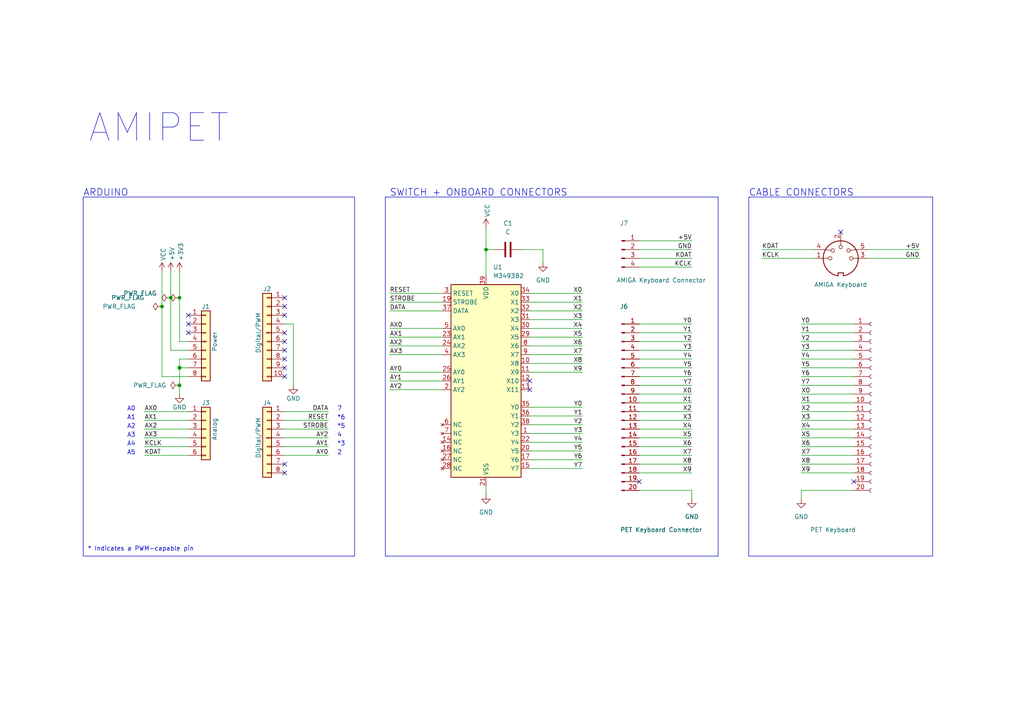
<source format=kicad_sch>
(kicad_sch (version 20230121) (generator eeschema)
  (paper "A4")
  (title_block (title "AMIPET") (date "mar. 31 mars 2015") (rev "V001") (comment 1 "designed in 2022") (comment 2 "creativecommons.org/licenses/by/4.0/") (comment 3 "License: CC BY 4.0") (comment 4 "Author: InsaneDruid"))
  (lib_symbols
    (symbol "Connector:Conn_01x04_Pin" (pin_names (offset 1.016) hide)
      (property "Reference" "J" (at 0 5.08 0))
      (property "Value" "Conn_01x04_Pin" (at 0 -7.62 0))
      (symbol "Conn_01x04_Pin_1_1"
        (polyline (pts (xy 1.27 -5.08) (xy 0.8636 -5.08)) (stroke (width 0.1524)))
        (polyline (pts (xy 1.27 -2.54) (xy 0.8636 -2.54)) (stroke (width 0.1524)))
        (polyline (pts (xy 1.27 0) (xy 0.8636 0)) (stroke (width 0.1524)))
        (polyline (pts (xy 1.27 2.54) (xy 0.8636 2.54)) (stroke (width 0.1524)))
        (rectangle (start 0.8636 -4.953) (end 0 -5.207) (stroke (width 0.1524)) (fill (type outline)))
        (rectangle (start 0.8636 -2.413) (end 0 -2.667) (stroke (width 0.1524)) (fill (type outline)))
        (rectangle (start 0.8636 0.127) (end 0 -0.127) (stroke (width 0.1524)) (fill (type outline)))
        (rectangle (start 0.8636 2.667) (end 0 2.413) (stroke (width 0.1524)) (fill (type outline)))
        (pin passive line (at 5.08 2.54 180) (length 3.81) (name "Pin_1") (number "1"))
        (pin passive line (at 5.08 0 180) (length 3.81) (name "Pin_2") (number "2"))
        (pin passive line (at 5.08 -2.54 180) (length 3.81) (name "Pin_3") (number "3"))
        (pin passive line (at 5.08 -5.08 180) (length 3.81) (name "Pin_4") (number "4"))
      )
    )
    (symbol "Connector:Conn_01x20_Pin" (pin_names (offset 1.016) hide)
      (property "Reference" "J" (at 0 25.4 0))
      (property "Value" "Conn_01x20_Pin" (at 0 -27.94 0))
      (symbol "Conn_01x20_Pin_1_1"
        (polyline (pts (xy 1.27 -25.4) (xy 0.8636 -25.4)) (stroke (width 0.1524)))
        (polyline (pts (xy 1.27 -22.86) (xy 0.8636 -22.86)) (stroke (width 0.1524)))
        (polyline (pts (xy 1.27 -20.32) (xy 0.8636 -20.32)) (stroke (width 0.1524)))
        (polyline (pts (xy 1.27 -17.78) (xy 0.8636 -17.78)) (stroke (width 0.1524)))
        (polyline (pts (xy 1.27 -15.24) (xy 0.8636 -15.24)) (stroke (width 0.1524)))
        (polyline (pts (xy 1.27 -12.7) (xy 0.8636 -12.7)) (stroke (width 0.1524)))
        (polyline (pts (xy 1.27 -10.16) (xy 0.8636 -10.16)) (stroke (width 0.1524)))
        (polyline (pts (xy 1.27 -7.62) (xy 0.8636 -7.62)) (stroke (width 0.1524)))
        (polyline (pts (xy 1.27 -5.08) (xy 0.8636 -5.08)) (stroke (width 0.1524)))
        (polyline (pts (xy 1.27 -2.54) (xy 0.8636 -2.54)) (stroke (width 0.1524)))
        (polyline (pts (xy 1.27 0) (xy 0.8636 0)) (stroke (width 0.1524)))
        (polyline (pts (xy 1.27 2.54) (xy 0.8636 2.54)) (stroke (width 0.1524)))
        (polyline (pts (xy 1.27 5.08) (xy 0.8636 5.08)) (stroke (width 0.1524)))
        (polyline (pts (xy 1.27 7.62) (xy 0.8636 7.62)) (stroke (width 0.1524)))
        (polyline (pts (xy 1.27 10.16) (xy 0.8636 10.16)) (stroke (width 0.1524)))
        (polyline (pts (xy 1.27 12.7) (xy 0.8636 12.7)) (stroke (width 0.1524)))
        (polyline (pts (xy 1.27 15.24) (xy 0.8636 15.24)) (stroke (width 0.1524)))
        (polyline (pts (xy 1.27 17.78) (xy 0.8636 17.78)) (stroke (width 0.1524)))
        (polyline (pts (xy 1.27 20.32) (xy 0.8636 20.32)) (stroke (width 0.1524)))
        (polyline (pts (xy 1.27 22.86) (xy 0.8636 22.86)) (stroke (width 0.1524)))
        (rectangle (start 0.8636 -25.273) (end 0 -25.527) (stroke (width 0.1524)) (fill (type outline)))
        (rectangle (start 0.8636 -22.733) (end 0 -22.987) (stroke (width 0.1524)) (fill (type outline)))
        (rectangle (start 0.8636 -20.193) (end 0 -20.447) (stroke (width 0.1524)) (fill (type outline)))
        (rectangle (start 0.8636 -17.653) (end 0 -17.907) (stroke (width 0.1524)) (fill (type outline)))
        (rectangle (start 0.8636 -15.113) (end 0 -15.367) (stroke (width 0.1524)) (fill (type outline)))
        (rectangle (start 0.8636 -12.573) (end 0 -12.827) (stroke (width 0.1524)) (fill (type outline)))
        (rectangle (start 0.8636 -10.033) (end 0 -10.287) (stroke (width 0.1524)) (fill (type outline)))
        (rectangle (start 0.8636 -7.493) (end 0 -7.747) (stroke (width 0.1524)) (fill (type outline)))
        (rectangle (start 0.8636 -4.953) (end 0 -5.207) (stroke (width 0.1524)) (fill (type outline)))
        (rectangle (start 0.8636 -2.413) (end 0 -2.667) (stroke (width 0.1524)) (fill (type outline)))
        (rectangle (start 0.8636 0.127) (end 0 -0.127) (stroke (width 0.1524)) (fill (type outline)))
        (rectangle (start 0.8636 2.667) (end 0 2.413) (stroke (width 0.1524)) (fill (type outline)))
        (rectangle (start 0.8636 5.207) (end 0 4.953) (stroke (width 0.1524)) (fill (type outline)))
        (rectangle (start 0.8636 7.747) (end 0 7.493) (stroke (width 0.1524)) (fill (type outline)))
        (rectangle (start 0.8636 10.287) (end 0 10.033) (stroke (width 0.1524)) (fill (type outline)))
        (rectangle (start 0.8636 12.827) (end 0 12.573) (stroke (width 0.1524)) (fill (type outline)))
        (rectangle (start 0.8636 15.367) (end 0 15.113) (stroke (width 0.1524)) (fill (type outline)))
        (rectangle (start 0.8636 17.907) (end 0 17.653) (stroke (width 0.1524)) (fill (type outline)))
        (rectangle (start 0.8636 20.447) (end 0 20.193) (stroke (width 0.1524)) (fill (type outline)))
        (rectangle (start 0.8636 22.987) (end 0 22.733) (stroke (width 0.1524)) (fill (type outline)))
        (pin passive line (at 5.08 22.86 180) (length 3.81) (name "Pin_1") (number "1"))
        (pin passive line (at 5.08 0 180) (length 3.81) (name "Pin_10") (number "10"))
        (pin passive line (at 5.08 -2.54 180) (length 3.81) (name "Pin_11") (number "11"))
        (pin passive line (at 5.08 -5.08 180) (length 3.81) (name "Pin_12") (number "12"))
        (pin passive line (at 5.08 -7.62 180) (length 3.81) (name "Pin_13") (number "13"))
        (pin passive line (at 5.08 -10.16 180) (length 3.81) (name "Pin_14") (number "14"))
        (pin passive line (at 5.08 -12.7 180) (length 3.81) (name "Pin_15") (number "15"))
        (pin passive line (at 5.08 -15.24 180) (length 3.81) (name "Pin_16") (number "16"))
        (pin passive line (at 5.08 -17.78 180) (length 3.81) (name "Pin_17") (number "17"))
        (pin passive line (at 5.08 -20.32 180) (length 3.81) (name "Pin_18") (number "18"))
        (pin passive line (at 5.08 -22.86 180) (length 3.81) (name "Pin_19") (number "19"))
        (pin passive line (at 5.08 20.32 180) (length 3.81) (name "Pin_2") (number "2"))
        (pin passive line (at 5.08 -25.4 180) (length 3.81) (name "Pin_20") (number "20"))
        (pin passive line (at 5.08 17.78 180) (length 3.81) (name "Pin_3") (number "3"))
        (pin passive line (at 5.08 15.24 180) (length 3.81) (name "Pin_4") (number "4"))
        (pin passive line (at 5.08 12.7 180) (length 3.81) (name "Pin_5") (number "5"))
        (pin passive line (at 5.08 10.16 180) (length 3.81) (name "Pin_6") (number "6"))
        (pin passive line (at 5.08 7.62 180) (length 3.81) (name "Pin_7") (number "7"))
        (pin passive line (at 5.08 5.08 180) (length 3.81) (name "Pin_8") (number "8"))
        (pin passive line (at 5.08 2.54 180) (length 3.81) (name "Pin_9") (number "9"))
      )
    )
    (symbol "Connector:Conn_01x20_Socket" (pin_names (offset 1.016) hide)
      (property "Reference" "J" (at 0 25.4 0))
      (property "Value" "Conn_01x20_Socket" (at 0 -27.94 0))
      (symbol "Conn_01x20_Socket_1_1"
        (arc (start 0 -24.892) (mid -0.5058 -25.4) (end 0 -25.908) (stroke (width 0.1524)))
        (arc (start 0 -22.352) (mid -0.5058 -22.86) (end 0 -23.368) (stroke (width 0.1524)))
        (arc (start 0 -19.812) (mid -0.5058 -20.32) (end 0 -20.828) (stroke (width 0.1524)))
        (arc (start 0 -17.272) (mid -0.5058 -17.78) (end 0 -18.288) (stroke (width 0.1524)))
        (arc (start 0 -14.732) (mid -0.5058 -15.24) (end 0 -15.748) (stroke (width 0.1524)))
        (arc (start 0 -12.192) (mid -0.5058 -12.7) (end 0 -13.208) (stroke (width 0.1524)))
        (arc (start 0 -9.652) (mid -0.5058 -10.16) (end 0 -10.668) (stroke (width 0.1524)))
        (arc (start 0 -7.112) (mid -0.5058 -7.62) (end 0 -8.128) (stroke (width 0.1524)))
        (arc (start 0 -4.572) (mid -0.5058 -5.08) (end 0 -5.588) (stroke (width 0.1524)))
        (arc (start 0 -2.032) (mid -0.5058 -2.54) (end 0 -3.048) (stroke (width 0.1524)))
        (polyline (pts (xy -1.27 -25.4) (xy -0.508 -25.4)) (stroke (width 0.1524)))
        (polyline (pts (xy -1.27 -22.86) (xy -0.508 -22.86)) (stroke (width 0.1524)))
        (polyline (pts (xy -1.27 -20.32) (xy -0.508 -20.32)) (stroke (width 0.1524)))
        (polyline (pts (xy -1.27 -17.78) (xy -0.508 -17.78)) (stroke (width 0.1524)))
        (polyline (pts (xy -1.27 -15.24) (xy -0.508 -15.24)) (stroke (width 0.1524)))
        (polyline (pts (xy -1.27 -12.7) (xy -0.508 -12.7)) (stroke (width 0.1524)))
        (polyline (pts (xy -1.27 -10.16) (xy -0.508 -10.16)) (stroke (width 0.1524)))
        (polyline (pts (xy -1.27 -7.62) (xy -0.508 -7.62)) (stroke (width 0.1524)))
        (polyline (pts (xy -1.27 -5.08) (xy -0.508 -5.08)) (stroke (width 0.1524)))
        (polyline (pts (xy -1.27 -2.54) (xy -0.508 -2.54)) (stroke (width 0.1524)))
        (polyline (pts (xy -1.27 0) (xy -0.508 0)) (stroke (width 0.1524)))
        (polyline (pts (xy -1.27 2.54) (xy -0.508 2.54)) (stroke (width 0.1524)))
        (polyline (pts (xy -1.27 5.08) (xy -0.508 5.08)) (stroke (width 0.1524)))
        (polyline (pts (xy -1.27 7.62) (xy -0.508 7.62)) (stroke (width 0.1524)))
        (polyline (pts (xy -1.27 10.16) (xy -0.508 10.16)) (stroke (width 0.1524)))
        (polyline (pts (xy -1.27 12.7) (xy -0.508 12.7)) (stroke (width 0.1524)))
        (polyline (pts (xy -1.27 15.24) (xy -0.508 15.24)) (stroke (width 0.1524)))
        (polyline (pts (xy -1.27 17.78) (xy -0.508 17.78)) (stroke (width 0.1524)))
        (polyline (pts (xy -1.27 20.32) (xy -0.508 20.32)) (stroke (width 0.1524)))
        (polyline (pts (xy -1.27 22.86) (xy -0.508 22.86)) (stroke (width 0.1524)))
        (arc (start 0 0.508) (mid -0.5058 0) (end 0 -0.508) (stroke (width 0.1524)))
        (arc (start 0 3.048) (mid -0.5058 2.54) (end 0 2.032) (stroke (width 0.1524)))
        (arc (start 0 5.588) (mid -0.5058 5.08) (end 0 4.572) (stroke (width 0.1524)))
        (arc (start 0 8.128) (mid -0.5058 7.62) (end 0 7.112) (stroke (width 0.1524)))
        (arc (start 0 10.668) (mid -0.5058 10.16) (end 0 9.652) (stroke (width 0.1524)))
        (arc (start 0 13.208) (mid -0.5058 12.7) (end 0 12.192) (stroke (width 0.1524)))
        (arc (start 0 15.748) (mid -0.5058 15.24) (end 0 14.732) (stroke (width 0.1524)))
        (arc (start 0 18.288) (mid -0.5058 17.78) (end 0 17.272) (stroke (width 0.1524)))
        (arc (start 0 20.828) (mid -0.5058 20.32) (end 0 19.812) (stroke (width 0.1524)))
        (arc (start 0 23.368) (mid -0.5058 22.86) (end 0 22.352) (stroke (width 0.1524)))
        (pin passive line (at -5.08 22.86 0) (length 3.81) (name "Pin_1") (number "1"))
        (pin passive line (at -5.08 0 0) (length 3.81) (name "Pin_10") (number "10"))
        (pin passive line (at -5.08 -2.54 0) (length 3.81) (name "Pin_11") (number "11"))
        (pin passive line (at -5.08 -5.08 0) (length 3.81) (name "Pin_12") (number "12"))
        (pin passive line (at -5.08 -7.62 0) (length 3.81) (name "Pin_13") (number "13"))
        (pin passive line (at -5.08 -10.16 0) (length 3.81) (name "Pin_14") (number "14"))
        (pin passive line (at -5.08 -12.7 0) (length 3.81) (name "Pin_15") (number "15"))
        (pin passive line (at -5.08 -15.24 0) (length 3.81) (name "Pin_16") (number "16"))
        (pin passive line (at -5.08 -17.78 0) (length 3.81) (name "Pin_17") (number "17"))
        (pin passive line (at -5.08 -20.32 0) (length 3.81) (name "Pin_18") (number "18"))
        (pin passive line (at -5.08 -22.86 0) (length 3.81) (name "Pin_19") (number "19"))
        (pin passive line (at -5.08 20.32 0) (length 3.81) (name "Pin_2") (number "2"))
        (pin passive line (at -5.08 -25.4 0) (length 3.81) (name "Pin_20") (number "20"))
        (pin passive line (at -5.08 17.78 0) (length 3.81) (name "Pin_3") (number "3"))
        (pin passive line (at -5.08 15.24 0) (length 3.81) (name "Pin_4") (number "4"))
        (pin passive line (at -5.08 12.7 0) (length 3.81) (name "Pin_5") (number "5"))
        (pin passive line (at -5.08 10.16 0) (length 3.81) (name "Pin_6") (number "6"))
        (pin passive line (at -5.08 7.62 0) (length 3.81) (name "Pin_7") (number "7"))
        (pin passive line (at -5.08 5.08 0) (length 3.81) (name "Pin_8") (number "8"))
        (pin passive line (at -5.08 2.54 0) (length 3.81) (name "Pin_9") (number "9"))
      )
    )
    (symbol "Connector:DIN-5_180degree" (pin_names (offset 1.016))
      (property "Reference" "J" (at 3.175 5.715 0))
      (property "Value" "DIN-5_180degree" (at 0 -6.35 0))
      (symbol "DIN-5_180degree_0_1"
        (arc (start -5.08 0) (mid -3.8609 -3.3364) (end -0.762 -5.08) (stroke (width 0.254)))
        (circle (center -3.048 0) (radius 0.508))
        (circle (center -2.286 2.286) (radius 0.508))
        (polyline (pts (xy -5.08 0) (xy -3.556 0)))
        (polyline (pts (xy 0 5.08) (xy 0 3.81)))
        (polyline (pts (xy 5.08 0) (xy 3.556 0)))
        (polyline (pts (xy -5.08 2.54) (xy -4.318 2.54) (xy -2.794 2.286)))
        (polyline (pts (xy 5.08 2.54) (xy 4.318 2.54) (xy 2.794 2.286)))
        (polyline (pts (xy -0.762 -4.953) (xy -0.762 -4.191) (xy 0.762 -4.191) (xy 0.762 -4.953)) (stroke (width 0.254)))
        (circle (center 0 3.302) (radius 0.508))
        (arc (start 0.762 -5.08) (mid 3.8685 -3.343) (end 5.08 0) (stroke (width 0.254)))
        (circle (center 2.286 2.286) (radius 0.508))
        (circle (center 3.048 0) (radius 0.508))
        (arc (start 5.08 0) (mid 0 5.0579) (end -5.08 0) (stroke (width 0.254)))
      )
      (symbol "DIN-5_180degree_1_1"
        (pin passive line (at -7.62 0 0) (length 2.54) (name "~") (number "1"))
        (pin passive line (at 0 7.62 270) (length 2.54) (name "~") (number "2"))
        (pin passive line (at 7.62 0 180) (length 2.54) (name "~") (number "3"))
        (pin passive line (at -7.62 2.54 0) (length 2.54) (name "~") (number "4"))
        (pin passive line (at 7.62 2.54 180) (length 2.54) (name "~") (number "5"))
      )
    )
    (symbol "Connector_Generic:Conn_01x06" (pin_names (offset 1.016) hide)
      (property "Reference" "J" (at 0 7.62 0))
      (property "Value" "Conn_01x06" (at 0 -10.16 0))
      (symbol "Conn_01x06_1_1"
        (rectangle (start -1.27 -7.493) (end 0 -7.747) (stroke (width 0.1524)))
        (rectangle (start -1.27 -4.953) (end 0 -5.207) (stroke (width 0.1524)))
        (rectangle (start -1.27 -2.413) (end 0 -2.667) (stroke (width 0.1524)))
        (rectangle (start -1.27 0.127) (end 0 -0.127) (stroke (width 0.1524)))
        (rectangle (start -1.27 2.667) (end 0 2.413) (stroke (width 0.1524)))
        (rectangle (start -1.27 5.207) (end 0 4.953) (stroke (width 0.1524)))
        (rectangle (start -1.27 6.35) (end 1.27 -8.89) (stroke (width 0.254)) (fill (type background)))
        (pin passive line (at -5.08 5.08 0) (length 3.81) (name "Pin_1") (number "1"))
        (pin passive line (at -5.08 2.54 0) (length 3.81) (name "Pin_2") (number "2"))
        (pin passive line (at -5.08 0 0) (length 3.81) (name "Pin_3") (number "3"))
        (pin passive line (at -5.08 -2.54 0) (length 3.81) (name "Pin_4") (number "4"))
        (pin passive line (at -5.08 -5.08 0) (length 3.81) (name "Pin_5") (number "5"))
        (pin passive line (at -5.08 -7.62 0) (length 3.81) (name "Pin_6") (number "6"))
      )
    )
    (symbol "Connector_Generic:Conn_01x08" (pin_names (offset 1.016) hide)
      (property "Reference" "J" (at 0 10.16 0))
      (property "Value" "Conn_01x08" (at 0 -12.7 0))
      (symbol "Conn_01x08_1_1"
        (rectangle (start -1.27 -10.033) (end 0 -10.287) (stroke (width 0.1524)))
        (rectangle (start -1.27 -7.493) (end 0 -7.747) (stroke (width 0.1524)))
        (rectangle (start -1.27 -4.953) (end 0 -5.207) (stroke (width 0.1524)))
        (rectangle (start -1.27 -2.413) (end 0 -2.667) (stroke (width 0.1524)))
        (rectangle (start -1.27 0.127) (end 0 -0.127) (stroke (width 0.1524)))
        (rectangle (start -1.27 2.667) (end 0 2.413) (stroke (width 0.1524)))
        (rectangle (start -1.27 5.207) (end 0 4.953) (stroke (width 0.1524)))
        (rectangle (start -1.27 7.747) (end 0 7.493) (stroke (width 0.1524)))
        (rectangle (start -1.27 8.89) (end 1.27 -11.43) (stroke (width 0.254)) (fill (type background)))
        (pin passive line (at -5.08 7.62 0) (length 3.81) (name "Pin_1") (number "1"))
        (pin passive line (at -5.08 5.08 0) (length 3.81) (name "Pin_2") (number "2"))
        (pin passive line (at -5.08 2.54 0) (length 3.81) (name "Pin_3") (number "3"))
        (pin passive line (at -5.08 0 0) (length 3.81) (name "Pin_4") (number "4"))
        (pin passive line (at -5.08 -2.54 0) (length 3.81) (name "Pin_5") (number "5"))
        (pin passive line (at -5.08 -5.08 0) (length 3.81) (name "Pin_6") (number "6"))
        (pin passive line (at -5.08 -7.62 0) (length 3.81) (name "Pin_7") (number "7"))
        (pin passive line (at -5.08 -10.16 0) (length 3.81) (name "Pin_8") (number "8"))
      )
    )
    (symbol "Connector_Generic:Conn_01x10" (pin_names (offset 1.016) hide)
      (property "Reference" "J" (at 0 12.7 0))
      (property "Value" "Conn_01x10" (at 0 -15.24 0))
      (symbol "Conn_01x10_1_1"
        (rectangle (start -1.27 -12.573) (end 0 -12.827) (stroke (width 0.1524)))
        (rectangle (start -1.27 -10.033) (end 0 -10.287) (stroke (width 0.1524)))
        (rectangle (start -1.27 -7.493) (end 0 -7.747) (stroke (width 0.1524)))
        (rectangle (start -1.27 -4.953) (end 0 -5.207) (stroke (width 0.1524)))
        (rectangle (start -1.27 -2.413) (end 0 -2.667) (stroke (width 0.1524)))
        (rectangle (start -1.27 0.127) (end 0 -0.127) (stroke (width 0.1524)))
        (rectangle (start -1.27 2.667) (end 0 2.413) (stroke (width 0.1524)))
        (rectangle (start -1.27 5.207) (end 0 4.953) (stroke (width 0.1524)))
        (rectangle (start -1.27 7.747) (end 0 7.493) (stroke (width 0.1524)))
        (rectangle (start -1.27 10.287) (end 0 10.033) (stroke (width 0.1524)))
        (rectangle (start -1.27 11.43) (end 1.27 -13.97) (stroke (width 0.254)) (fill (type background)))
        (pin passive line (at -5.08 10.16 0) (length 3.81) (name "Pin_1") (number "1"))
        (pin passive line (at -5.08 -12.7 0) (length 3.81) (name "Pin_10") (number "10"))
        (pin passive line (at -5.08 7.62 0) (length 3.81) (name "Pin_2") (number "2"))
        (pin passive line (at -5.08 5.08 0) (length 3.81) (name "Pin_3") (number "3"))
        (pin passive line (at -5.08 2.54 0) (length 3.81) (name "Pin_4") (number "4"))
        (pin passive line (at -5.08 0 0) (length 3.81) (name "Pin_5") (number "5"))
        (pin passive line (at -5.08 -2.54 0) (length 3.81) (name "Pin_6") (number "6"))
        (pin passive line (at -5.08 -5.08 0) (length 3.81) (name "Pin_7") (number "7"))
        (pin passive line (at -5.08 -7.62 0) (length 3.81) (name "Pin_8") (number "8"))
        (pin passive line (at -5.08 -10.16 0) (length 3.81) (name "Pin_9") (number "9"))
      )
    )
    (symbol "Device:C" (pin_numbers hide) (pin_names (offset 0.254))
      (property "Reference" "C" (at 0.635 2.54 0))
      (property "Value" "C" (at 0.635 -2.54 0))
      (symbol "C_0_1"
        (polyline (pts (xy -2.032 -0.762) (xy 2.032 -0.762)) (stroke (width 0.508)))
        (polyline (pts (xy -2.032 0.762) (xy 2.032 0.762)) (stroke (width 0.508)))
      )
      (symbol "C_1_1"
        (pin passive line (at 0 3.81 270) (length 2.794) (name "~") (number "1"))
        (pin passive line (at 0 -3.81 90) (length 2.794) (name "~") (number "2"))
      )
    )
    (symbol "amipet:M3493B2"
      (property "Reference" "U" (at 0 33.02 0))
      (property "Value" "M3493B2" (at 0 30.48 0))
      (symbol "M3493B2_0_0"
        (pin bidirectional line (at 12.7 -15.24 180) (length 2.54) (name "Y3") (number "1"))
        (pin bidirectional line (at 12.7 5.08 180) (length 2.54) (name "X8") (number "10"))
        (pin bidirectional line (at 12.7 2.54 180) (length 2.54) (name "X9") (number "11"))
        (pin bidirectional line (at 12.7 0 180) (length 2.54) (name "X10") (number "12"))
        (pin bidirectional line (at 12.7 -2.54 180) (length 2.54) (name "X11") (number "13"))
        (pin no_connect line (at -12.7 -17.78 0) (length 2.54) (name "NC") (number "14"))
        (pin bidirectional line (at 12.7 -25.4 180) (length 2.54) (name "Y7") (number "15"))
        (pin no_connect line (at -12.7 -20.32 0) (length 2.54) (name "NC") (number "16"))
        (pin bidirectional line (at 12.7 -22.86 180) (length 2.54) (name "Y6") (number "17"))
        (pin input line (at -12.7 22.86 0) (length 2.54) (name "STROBE") (number "19"))
        (pin input line (at -12.7 -2.54 0) (length 2.54) (name "AY2") (number "2"))
        (pin bidirectional line (at 12.7 -20.32 180) (length 2.54) (name "Y5") (number "20"))
        (pin power_in line (at 0 -30.48 90) (length 2.54) (name "VSS") (number "21"))
        (pin bidirectional line (at 12.7 -17.78 180) (length 2.54) (name "Y4") (number "22"))
        (pin input line (at -12.7 12.7 0) (length 2.54) (name "AX1") (number "23"))
        (pin input line (at -12.7 10.16 0) (length 2.54) (name "AX2") (number "24"))
        (pin input line (at -12.7 2.54 0) (length 2.54) (name "AY0") (number "25"))
        (pin input line (at -12.7 0 0) (length 2.54) (name "AY1") (number "26"))
        (pin no_connect line (at -12.7 -22.86 0) (length 2.54) (name "NC") (number "27"))
        (pin no_connect line (at -12.7 -25.4 0) (length 2.54) (name "NC") (number "28"))
        (pin bidirectional line (at 12.7 12.7 180) (length 2.54) (name "X5") (number "29"))
        (pin input line (at -12.7 25.4 0) (length 2.54) (name "RESET") (number "3"))
        (pin bidirectional line (at 12.7 15.24 180) (length 2.54) (name "X4") (number "30"))
        (pin bidirectional line (at 12.7 17.78 180) (length 2.54) (name "X3") (number "31"))
        (pin bidirectional line (at 12.7 20.32 180) (length 2.54) (name "X2") (number "32"))
        (pin bidirectional line (at 12.7 22.86 180) (length 2.54) (name "X1") (number "33"))
        (pin bidirectional line (at 12.7 25.4 180) (length 2.54) (name "X0") (number "34"))
        (pin bidirectional line (at 12.7 -7.62 180) (length 2.54) (name "Y0") (number "35"))
        (pin bidirectional line (at 12.7 -10.16 180) (length 2.54) (name "Y1") (number "36"))
        (pin input line (at -12.7 20.32 0) (length 2.54) (name "DATA") (number "37"))
        (pin bidirectional line (at 12.7 -12.7 180) (length 2.54) (name "Y2") (number "38"))
        (pin power_in line (at 0 30.48 270) (length 2.54) (name "VDD") (number "39"))
        (pin input line (at -12.7 7.62 0) (length 2.54) (name "AX3") (number "4"))
        (pin input line (at -12.7 15.24 0) (length 2.54) (name "AX0") (number "5"))
        (pin no_connect line (at -12.7 -12.7 0) (length 2.54) (name "NC") (number "6"))
        (pin no_connect line (at -12.7 -15.24 0) (length 2.54) (name "NC") (number "7"))
        (pin bidirectional line (at 12.7 10.16 180) (length 2.54) (name "X6") (number "8"))
        (pin bidirectional line (at 12.7 7.62 180) (length 2.54) (name "X7") (number "9"))
      )
      (symbol "M3493B2_0_1"
        (rectangle (start -10.16 27.94) (end 10.16 -27.94) (stroke (width 0.254)) (fill (type background)))
      )
    )
    (symbol "power:+3V3" (power) (pin_names (offset 0))
      (property "Value" "+3V3" (at 0 3.556 0))
      (symbol "+3V3_0_1"
        (polyline (pts (xy -0.762 1.27) (xy 0 2.54)))
        (polyline (pts (xy 0 0) (xy 0 2.54)))
        (polyline (pts (xy 0 2.54) (xy 0.762 1.27)))
      )
      (symbol "+3V3_1_1"
        (pin power_in line (at 0 0 90) (length 0) hide (name "+3V3") (number "1"))
      )
    )
    (symbol "power:+5V" (power) (pin_names (offset 0))
      (property "Value" "+5V" (at 0 3.556 0))
      (symbol "+5V_0_1"
        (polyline (pts (xy -0.762 1.27) (xy 0 2.54)))
        (polyline (pts (xy 0 0) (xy 0 2.54)))
        (polyline (pts (xy 0 2.54) (xy 0.762 1.27)))
      )
      (symbol "+5V_1_1"
        (pin power_in line (at 0 0 90) (length 0) hide (name "+5V") (number "1"))
      )
    )
    (symbol "power:GND" (power) (pin_names (offset 0))
      (property "Value" "GND" (at 0 -3.81 0))
      (symbol "GND_0_1"
        (polyline (pts (xy 0 0) (xy 0 -1.27) (xy 1.27 -1.27) (xy 0 -2.54) (xy -1.27 -1.27) (xy 0 -1.27)))
      )
      (symbol "GND_1_1"
        (pin power_in line (at 0 0 270) (length 0) hide (name "GND") (number "1"))
      )
    )
    (symbol "power:PWR_FLAG" (power) (pin_numbers hide) (pin_names (offset 0) hide)
      (property "Value" "PWR_FLAG" (at 0 3.81 0))
      (symbol "PWR_FLAG_0_0"
        (pin power_out line (at 0 0 90) (length 0) (name "pwr") (number "1"))
      )
      (symbol "PWR_FLAG_0_1"
        (polyline (pts (xy 0 0) (xy 0 1.27) (xy -1.016 1.905) (xy 0 2.54) (xy 1.016 1.905) (xy 0 1.27)))
      )
    )
    (symbol "power:VCC" (power) (pin_names (offset 0))
      (property "Value" "VCC" (at 0 3.81 0))
      (symbol "VCC_0_1"
        (polyline (pts (xy -0.762 1.27) (xy 0 2.54)))
        (polyline (pts (xy 0 0) (xy 0 2.54)))
        (polyline (pts (xy 0 2.54) (xy 0.762 1.27)))
      )
      (symbol "VCC_1_1"
        (pin power_in line (at 0 0 90) (length 0) hide (name "VCC") (number "1"))
      )
    )
  )
  (junction (at 52.07 111.76))
  (junction (at 52.07 106.68) (diameter 1.016))
  (junction (at 49.53 86.36))
  (junction (at 52.07 86.36))
  (junction (at 140.97 72.39))
  (junction (at 46.99 88.9))
  (no_connect (at 82.55 91.44))
  (no_connect (at 82.55 134.62))
  (no_connect (at 82.55 96.52))
  (no_connect (at 82.55 104.14))
  (no_connect (at 54.61 93.98))
  (no_connect (at 243.84 67.31))
  (no_connect (at 82.55 101.6))
  (no_connect (at 82.55 88.9))
  (no_connect (at 82.55 137.16))
  (no_connect (at 82.55 109.22))
  (no_connect (at 82.55 106.68))
  (no_connect (at 153.67 110.49))
  (no_connect (at 247.65 139.7))
  (no_connect (at 185.42 139.7))
  (no_connect (at 82.55 86.36))
  (no_connect (at 54.61 91.44))
  (no_connect (at 82.55 99.06))
  (no_connect (at 54.61 96.52))
  (no_connect (at 153.67 113.03))
  (polyline (pts (xy 217.17 57.15) (xy 270.51 57.15)))
  (wire (pts (xy 251.46 72.39) (xy 266.7 72.39)))
  (polyline (pts (xy 24.13 57.15) (xy 24.13 161.29)))
  (wire (pts (xy 157.48 72.39) (xy 157.48 76.2)))
  (wire (pts (xy 153.67 85.09) (xy 168.91 85.09)))
  (polyline (pts (xy 102.87 161.29) (xy 102.87 57.15)))
  (wire (pts (xy 153.67 100.33) (xy 168.91 100.33)))
  (wire (pts (xy 247.65 114.3) (xy 232.41 114.3)))
  (wire (pts (xy 140.97 72.39) (xy 140.97 80.01)))
  (wire (pts (xy 140.97 66.04) (xy 140.97 72.39)))
  (wire (pts (xy 153.67 87.63) (xy 168.91 87.63)))
  (wire (pts (xy 185.42 119.38) (xy 200.66 119.38)))
  (wire (pts (xy 247.65 96.52) (xy 232.41 96.52)))
  (wire (pts (xy 52.07 104.14) (xy 52.07 106.68)))
  (wire (pts (xy 113.03 87.63) (xy 128.27 87.63)))
  (wire (pts (xy 185.42 109.22) (xy 200.66 109.22)))
  (wire (pts (xy 41.91 132.08) (xy 54.61 132.08)))
  (wire (pts (xy 247.65 101.6) (xy 232.41 101.6)))
  (polyline (pts (xy 111.76 57.15) (xy 208.28 57.15)))
  (wire (pts (xy 247.65 142.24) (xy 232.41 142.24)))
  (wire (pts (xy 153.67 123.19) (xy 168.91 123.19)))
  (polyline (pts (xy 208.28 161.29) (xy 208.28 57.15)))
  (wire (pts (xy 113.03 107.95) (xy 128.27 107.95)))
  (wire (pts (xy 185.42 99.06) (xy 200.66 99.06)))
  (wire (pts (xy 52.07 99.06) (xy 54.61 99.06)))
  (wire (pts (xy 49.53 101.6) (xy 54.61 101.6)))
  (wire (pts (xy 247.65 121.92) (xy 232.41 121.92)))
  (wire (pts (xy 49.53 78.74) (xy 49.53 86.36)))
  (wire (pts (xy 185.42 142.24) (xy 200.66 142.24)))
  (wire (pts (xy 247.65 137.16) (xy 232.41 137.16)))
  (wire (pts (xy 185.42 74.93) (xy 200.66 74.93)))
  (wire (pts (xy 153.67 102.87) (xy 168.91 102.87)))
  (wire (pts (xy 247.65 134.62) (xy 232.41 134.62)))
  (wire (pts (xy 185.42 104.14) (xy 200.66 104.14)))
  (wire (pts (xy 52.07 86.36) (xy 52.07 99.06)))
  (wire (pts (xy 82.55 119.38) (xy 95.25 119.38)))
  (wire (pts (xy 113.03 85.09) (xy 128.27 85.09)))
  (wire (pts (xy 153.67 107.95) (xy 168.91 107.95)))
  (wire (pts (xy 247.65 111.76) (xy 232.41 111.76)))
  (wire (pts (xy 54.61 119.38) (xy 41.91 119.38)))
  (wire (pts (xy 185.42 96.52) (xy 200.66 96.52)))
  (wire (pts (xy 185.42 93.98) (xy 200.66 93.98)))
  (wire (pts (xy 82.55 121.92) (xy 95.25 121.92)))
  (wire (pts (xy 113.03 97.79) (xy 128.27 97.79)))
  (wire (pts (xy 140.97 72.39) (xy 143.51 72.39)))
  (wire (pts (xy 153.67 135.89) (xy 168.91 135.89)))
  (wire (pts (xy 113.03 95.25) (xy 128.27 95.25)))
  (wire (pts (xy 153.67 120.65) (xy 168.91 120.65)))
  (wire (pts (xy 153.67 97.79) (xy 168.91 97.79)))
  (wire (pts (xy 247.65 124.46) (xy 232.41 124.46)))
  (wire (pts (xy 113.03 110.49) (xy 128.27 110.49)))
  (wire (pts (xy 49.53 86.36) (xy 49.53 101.6)))
  (wire (pts (xy 185.42 114.3) (xy 200.66 114.3)))
  (wire (pts (xy 113.03 90.17) (xy 128.27 90.17)))
  (wire (pts (xy 251.46 74.93) (xy 266.7 74.93)))
  (wire (pts (xy 113.03 113.03) (xy 128.27 113.03)))
  (wire (pts (xy 46.99 88.9) (xy 46.99 78.74)))
  (wire (pts (xy 232.41 142.24) (xy 232.41 144.78)))
  (wire (pts (xy 247.65 109.22) (xy 232.41 109.22)))
  (wire (pts (xy 82.55 127) (xy 95.25 127)))
  (wire (pts (xy 52.07 106.68) (xy 52.07 111.76)))
  (wire (pts (xy 185.42 137.16) (xy 200.66 137.16)))
  (wire (pts (xy 236.22 72.39) (xy 220.98 72.39)))
  (wire (pts (xy 185.42 72.39) (xy 200.66 72.39)))
  (wire (pts (xy 185.42 77.47) (xy 200.66 77.47)))
  (wire (pts (xy 153.67 95.25) (xy 168.91 95.25)))
  (wire (pts (xy 185.42 134.62) (xy 200.66 134.62)))
  (wire (pts (xy 85.09 93.98) (xy 85.09 111.76)))
  (wire (pts (xy 247.65 116.84) (xy 232.41 116.84)))
  (polyline (pts (xy 111.76 57.15) (xy 111.76 161.29)))
  (wire (pts (xy 236.22 74.93) (xy 220.98 74.93)))
  (wire (pts (xy 153.67 92.71) (xy 168.91 92.71)))
  (wire (pts (xy 54.61 124.46) (xy 41.91 124.46)))
  (wire (pts (xy 52.07 78.74) (xy 52.07 86.36)))
  (polyline (pts (xy 217.17 161.29) (xy 270.51 161.29)))
  (wire (pts (xy 185.42 124.46) (xy 200.66 124.46)))
  (wire (pts (xy 153.67 133.35) (xy 168.91 133.35)))
  (polyline (pts (xy 217.17 57.15) (xy 217.17 161.29)))
  (wire (pts (xy 54.61 106.68) (xy 52.07 106.68)))
  (polyline (pts (xy 24.13 57.15) (xy 102.87 57.15)))
  (wire (pts (xy 185.42 69.85) (xy 200.66 69.85)))
  (wire (pts (xy 185.42 116.84) (xy 200.66 116.84)))
  (polyline (pts (xy 111.76 161.29) (xy 208.28 161.29)))
  (wire (pts (xy 46.99 109.22) (xy 54.61 109.22)))
  (wire (pts (xy 41.91 121.92) (xy 54.61 121.92)))
  (wire (pts (xy 52.07 111.76) (xy 52.07 114.3)))
  (wire (pts (xy 153.67 130.81) (xy 168.91 130.81)))
  (wire (pts (xy 185.42 132.08) (xy 200.66 132.08)))
  (wire (pts (xy 247.65 132.08) (xy 232.41 132.08)))
  (wire (pts (xy 247.65 106.68) (xy 232.41 106.68)))
  (wire (pts (xy 185.42 106.68) (xy 200.66 106.68)))
  (wire (pts (xy 247.65 129.54) (xy 232.41 129.54)))
  (wire (pts (xy 185.42 127) (xy 200.66 127)))
  (wire (pts (xy 153.67 118.11) (xy 168.91 118.11)))
  (wire (pts (xy 185.42 129.54) (xy 200.66 129.54)))
  (wire (pts (xy 82.55 93.98) (xy 85.09 93.98)))
  (wire (pts (xy 247.65 127) (xy 232.41 127)))
  (wire (pts (xy 54.61 104.14) (xy 52.07 104.14)))
  (wire (pts (xy 247.65 99.06) (xy 232.41 99.06)))
  (wire (pts (xy 247.65 119.38) (xy 232.41 119.38)))
  (polyline (pts (xy 270.51 161.29) (xy 270.51 57.15)))
  (wire (pts (xy 151.13 72.39) (xy 157.48 72.39)))
  (wire (pts (xy 153.67 105.41) (xy 168.91 105.41)))
  (wire (pts (xy 82.55 124.46) (xy 95.25 124.46)))
  (wire (pts (xy 41.91 127) (xy 54.61 127)))
  (polyline (pts (xy 24.13 161.29) (xy 102.87 161.29)))
  (wire (pts (xy 200.66 142.24) (xy 200.66 144.78)))
  (wire (pts (xy 185.42 101.6) (xy 200.66 101.6)))
  (wire (pts (xy 153.67 125.73) (xy 168.91 125.73)))
  (wire (pts (xy 247.65 104.14) (xy 232.41 104.14)))
  (wire (pts (xy 185.42 111.76) (xy 200.66 111.76)))
  (wire (pts (xy 140.97 140.97) (xy 140.97 143.51)))
  (wire (pts (xy 247.65 93.98) (xy 232.41 93.98)))
  (wire (pts (xy 82.55 132.08) (xy 95.25 132.08)))
  (wire (pts (xy 185.42 121.92) (xy 200.66 121.92)))
  (wire (pts (xy 113.03 100.33) (xy 128.27 100.33)))
  (wire (pts (xy 82.55 129.54) (xy 95.25 129.54)))
  (wire (pts (xy 153.67 90.17) (xy 168.91 90.17)))
  (wire (pts (xy 46.99 109.22) (xy 46.99 88.9)))
  (wire (pts (xy 54.61 129.54) (xy 41.91 129.54)))
  (wire (pts (xy 153.67 128.27) (xy 168.91 128.27)))
  (wire (pts (xy 113.03 102.87) (xy 128.27 102.87)))
  (text "4" (at 97.79 127 0) (effects (font (size 1.27 1.27)) (justify left bottom)))
  (text "*3" (at 97.79 129.54 0) (effects (font (size 1.27 1.27)) (justify left bottom)))
  (text "A2" (at 36.83 124.46 0) (effects (font (size 1.27 1.27)) (justify left bottom)))
  (text "2" (at 97.79 132.08 0) (effects (font (size 1.27 1.27)) (justify left bottom)))
  (text "SWITCH + ONBOARD CONNECTORS" (at 113.03 57.15 0) (effects (font (size 2 2)) (justify left bottom)))
  (text "A5" (at 36.83 132.08 0) (effects (font (size 1.27 1.27)) (justify left bottom)))
  (text "*5" (at 97.79 124.46 0) (effects (font (size 1.27 1.27)) (justify left bottom)))
  (text "7" (at 97.79 119.38 0) (effects (font (size 1.27 1.27)) (justify left bottom)))
  (text "A0" (at 36.83 119.38 0) (effects (font (size 1.27 1.27)) (justify left bottom)))
  (text "AMIPET" (at 25.4 41.91 0) (effects (font (size 8 8)) (justify left bottom)))
  (text "*6" (at 97.79 121.92 0) (effects (font (size 1.27 1.27)) (justify left bottom)))
  (text "A4" (at 36.83 129.54 0) (effects (font (size 1.27 1.27)) (justify left bottom)))
  (text "CABLE CONNECTORS" (at 217.17 57.15 0) (effects (font (size 2 2)) (justify left bottom)))
  (text "* Indicates a PWM-capable pin" (at 25.4 160.02 0) (effects (font (size 1.27 1.27)) (justify left bottom)))
  (text "A3" (at 36.83 127 0) (effects (font (size 1.27 1.27)) (justify left bottom)))
  (text "ARDUINO" (at 24.13 57.15 0) (effects (font (size 2 2)) (justify left bottom)))
  (text "A1" (at 36.83 121.92 0) (effects (font (size 1.27 1.27)) (justify left bottom)))
  (label "X9" (at 168.91 107.95 180))
  (label "X2" (at 168.91 90.17 180))
  (label "Y7" (at 168.91 135.89 180))
  (label "Y3" (at 232.41 101.6 0))
  (label "X0" (at 232.41 114.3 0))
  (label "X1" (at 168.91 87.63 180))
  (label "AX1" (at 113.03 97.79 0))
  (label "RESET" (at 95.25 121.92 180))
  (label "KDAT" (at 221.0312 72.39 0))
  (label "AY2" (at 113.03 113.03 0))
  (label "DATA" (at 95.25 119.38 180))
  (label "X3" (at 168.91 92.71 180))
  (label "X9" (at 200.66 137.16 180))
  (label "STROBE" (at 113.03 87.63 0))
  (label "Y5" (at 200.66 106.68 180))
  (label "AX2" (at 113.03 100.33 0))
  (label "Y0" (at 168.91 118.11 180))
  (label "X4" (at 168.91 95.25 180))
  (label "KCLK" (at 200.66 77.47 180))
  (label "X6" (at 200.66 129.54 180))
  (label "X8" (at 232.41 134.62 0))
  (label "AY2" (at 95.25 127 180))
  (label "X3" (at 232.41 121.92 0))
  (label "AY1" (at 113.03 110.49 0))
  (label "Y6" (at 232.41 109.22 0))
  (label "KDAT" (at 200.66 74.93 180))
  (label "Y5" (at 168.91 130.81 180))
  (label "Y3" (at 200.66 101.6 180))
  (label "X7" (at 232.41 132.08 0))
  (label "X5" (at 232.41 127 0))
  (label "Y6" (at 168.91 133.35 180))
  (label "Y0" (at 200.66 93.98 180))
  (label "AY1" (at 95.25 129.54 180))
  (label "X7" (at 168.91 102.87 180))
  (label "Y7" (at 200.66 111.76 180))
  (label "RESET" (at 113.03 85.09 0))
  (label "X5" (at 168.91 97.79 180))
  (label "Y1" (at 168.91 120.65 180))
  (label "GND" (at 200.66 72.39 180))
  (label "Y4" (at 168.91 128.27 180))
  (label "X2" (at 200.66 119.38 180))
  (label "X7" (at 200.66 132.08 180))
  (label "AY0" (at 95.25 132.08 180))
  (label "AX1" (at 41.91 121.92 0))
  (label "AY0" (at 113.03 107.95 0))
  (label "GND" (at 266.7 74.93 180))
  (label "AX0" (at 113.03 95.25 0))
  (label "X0" (at 168.91 85.09 180))
  (label "AX3" (at 113.03 102.87 0))
  (label "KCLK" (at 220.98 74.93 0))
  (label "X8" (at 200.66 134.62 180))
  (label "X6" (at 168.91 100.33 180))
  (label "AX3" (at 41.91 127 0))
  (label "Y4" (at 200.66 104.14 180))
  (label "+5V" (at 200.66 69.85 180))
  (label "Y1" (at 232.41 96.52 0))
  (label "KDAT" (at 41.91 132.08 0))
  (label "X4" (at 232.41 124.46 0))
  (label "X6" (at 232.41 129.54 0))
  (label "Y2" (at 232.41 99.06 0))
  (label "Y4" (at 232.41 104.14 0))
  (label "Y3" (at 168.91 125.73 180))
  (label "Y7" (at 232.41 111.76 0))
  (label "KCLK" (at 41.91 129.54 0))
  (label "DATA" (at 113.03 90.17 0))
  (label "X1" (at 200.66 116.84 180))
  (label "AX0" (at 41.91 119.38 0))
  (label "X8" (at 168.91 105.41 180))
  (label "Y6" (at 200.66 109.22 180))
  (label "Y2" (at 168.91 123.19 180))
  (label "Y0" (at 232.41 93.98 0))
  (label "X1" (at 232.41 116.84 0))
  (label "Y5" (at 232.41 106.68 0))
  (label "+5V" (at 266.7 72.39 180))
  (label "STROBE" (at 95.25 124.46 180))
  (label "X3" (at 200.66 121.92 180))
  (label "AX2" (at 41.91 124.46 0))
  (label "X2" (at 232.41 119.38 0))
  (label "X5" (at 200.66 127 180))
  (label "X0" (at 200.66 114.3 180))
  (label "X4" (at 200.66 124.46 180))
  (label "X9" (at 232.41 137.16 0))
  (label "Y1" (at 200.66 96.52 180))
  (label "Y2" (at 200.66 99.06 180))
  (symbol (lib_id "Connector_Generic:Conn_01x08") (at 59.69 99.06 0) (unit 1)
    (property "Reference" "J1" (at 59.69 88.9 0))
    (property "Value" "Power" (at 62.23 99.06 90))
    (property "Footprint" "AmiPet_lib_fp:PinSocket_1x08_P2.54mm_Vertical" (effects hide))
    (property "Datasheet" "~" (at 59.69 99.06 0))
  )
  (symbol (lib_id "power:+3V3") (at 52.07 78.74 0) (unit 1)
    (property "Reference" "#PWR03" (effects hide))
    (property "Value" "+3.3V" (at 52.451 75.692 90) (effects (justify left)))
  )
  (symbol (lib_id "power:+5V") (at 49.53 78.74 0) (unit 1)
    (property "Reference" "#PWR02" (effects hide))
    (property "Value" "+5V" (at 49.8856 75.692 90) (effects (justify left)))
  )
  (symbol (lib_id "power:GND") (at 52.07 114.3 0) (unit 1)
    (property "Reference" "#PWR04" (effects hide))
    (property "Value" "GND" (at 52.07 118.11 0))
  )
  (symbol (lib_id "Connector_Generic:Conn_01x10") (at 77.47 96.52 0) (mirror y) (unit 1)
    (property "Reference" "J2" (at 77.47 83.82 0))
    (property "Value" "Digital/PWM" (at 74.93 96.52 90))
    (property "Footprint" "AmiPet_lib_fp:PinSocket_1x10_P2.54mm_Vertical" (effects hide))
    (property "Datasheet" "~" (at 77.47 96.52 0))
  )
  (symbol (lib_id "power:GND") (at 85.09 111.76 0) (unit 1)
    (property "Reference" "#PWR05" (effects hide))
    (property "Value" "GND" (at 85.09 115.57 0))
  )
  (symbol (lib_id "Connector_Generic:Conn_01x06") (at 59.69 124.46 0) (unit 1)
    (property "Reference" "J3" (at 59.69 116.84 0))
    (property "Value" "Analog" (at 62.23 124.46 90))
    (property "Footprint" "AmiPet_lib_fp:PinSocket_1x06_P2.54mm_Vertical" (effects hide))
  )
  (symbol (lib_id "Connector_Generic:Conn_01x08") (at 77.47 127 0) (mirror y) (unit 1)
    (property "Reference" "J4" (at 77.47 116.84 0))
    (property "Value" "Digital/PWM" (at 74.93 127 90))
    (property "Footprint" "AmiPet_lib_fp:PinSocket_1x08_P2.54mm_Vertical" (effects hide))
    (property "Datasheet" "~" (at 77.47 127 0))
  )
  (symbol (lib_id "power:GND") (at 200.66 144.78 0) (unit 1)
    (property "Reference" "#PWR0103" (effects hide))
    (property "Value" "GND" (at 200.66 149.86 0))
  )
  (symbol (lib_id "power:GND") (at 157.48 76.2 0) (unit 1)
    (property "Reference" "#PWR06" (effects hide))
    (property "Value" "GND" (at 157.48 81.28 0))
  )
  (symbol (lib_id "power:PWR_FLAG") (at 52.07 86.36 90) (mirror x) (unit 1)
    (property "Reference" "#FLG0103" (effects hide))
    (property "Value" "PWR_FLAG" (at 40.64 85.0901 90))
  )
  (symbol (lib_id "power:PWR_FLAG") (at 52.07 111.76 90) (mirror x) (unit 1)
    (property "Reference" "#FLG0104" (effects hide))
    (property "Value" "PWR_FLAG" (at 48.26 111.7599 90) (effects (justify left)))
  )
  (symbol (lib_id "power:VCC") (at 46.99 78.74 0) (unit 1)
    (property "Reference" "#PWR01" (effects hide))
    (property "Value" "VCC" (at 47.371 75.692 90) (effects (justify left)))
  )
  (symbol (lib_id "Device:C") (at 147.32 72.39 90) (unit 1)
    (property "Reference" "C1" (at 147.32 64.77 90))
    (property "Value" "C" (at 147.32 67.31 90))
    (property "Footprint" "Capacitor_THT:C_Disc_D6.0mm_W2.5mm_P5.00mm" (effects hide))
    (property "Datasheet" "100nF" (effects hide))
  )
  (symbol (lib_id "power:GND") (at 232.41 144.78 0) (mirror y) (unit 1)
    (property "Reference" "#PWR0104" (effects hide))
    (property "Value" "GND" (at 232.41 149.86 0))
  )
  (symbol (lib_id "Connector:DIN-5_180degree") (at 243.84 74.93 0) (unit 1) (in_bom no) (on_board no)
    (property "Reference" "J5" (effects hide))
    (property "Value" "AMIGA Keyboard" (at 243.84 82.55 0))
    (property "Datasheet" "http://www.mouser.com/ds/2/18/40_c091_abd_e-75918.pdf" (effects hide))
  )
  (symbol (lib_id "Connector:Conn_01x20_Pin") (at 180.34 116.84 0) (unit 1)
    (property "Reference" "J6" (at 180.975 88.9 0))
    (property "Value" "PET Keyboard Connector" (at 191.77 153.67 0))
    (property "Footprint" "Connector_PinHeader_2.54mm:PinHeader_1x20_P2.54mm_Vertical" (effects hide))
  )
  (symbol (lib_id "power:GND") (at 140.97 143.51 0) (unit 1)
    (property "Reference" "#PWR0101" (effects hide))
    (property "Value" "GND" (at 140.97 148.59 0))
  )
  (symbol (lib_id "amipet:M3493B2") (at 140.97 110.49 0) (unit 1)
    (property "Reference" "U1" (at 142.9894 77.47 0) (effects (justify left)))
    (property "Value" "M3493B2" (at 142.9894 80.01 0) (effects (justify left)))
    (property "Footprint" "Package_DIP:DIP-40_W15.24mm_Socket_LongPads" (effects hide))
    (property "Datasheet" "https://datasheetspdf.com/pdf-file/444993/STMicroelectronics/M3493B2/1" (effects hide))
  )
  (symbol (lib_id "power:PWR_FLAG") (at 46.99 88.9 90) (mirror x) (unit 1)
    (property "Reference" "#FLG0101" (effects hide))
    (property "Value" "PWR_FLAG" (at 39.37 88.9 90) (effects (justify left)))
  )
  (symbol (lib_id "power:VCC") (at 140.97 66.04 0) (unit 1)
    (property "Reference" "#PWR0102" (effects hide))
    (property "Value" "VCC" (at 141.351 62.992 90) (effects (justify left)))
  )
  (symbol (lib_id "Connector:Conn_01x04_Pin") (at 180.34 72.39 0) (unit 1)
    (property "Reference" "J7" (at 180.975 64.77 0))
    (property "Value" "AMIGA Keyboard Connector" (at 191.77 81.28 0))
    (property "Footprint" "Connector_PinHeader_2.54mm:PinHeader_1x04_P2.54mm_Vertical" (effects hide))
  )
  (symbol (lib_id "power:PWR_FLAG") (at 49.53 86.36 90) (mirror x) (unit 1)
    (property "Reference" "#FLG0102" (effects hide))
    (property "Value" "PWR_FLAG" (at 41.91 86.36 90) (effects (justify left)))
  )
  (symbol (lib_id "Connector:Conn_01x20_Socket") (at 252.73 116.84 0) (unit 1) (in_bom no) (on_board no)
    (property "Reference" "J8" (effects hide))
    (property "Value" "PET Keyboard" (at 234.95 153.67 0) (effects (justify left)))
  )
)
</source>
